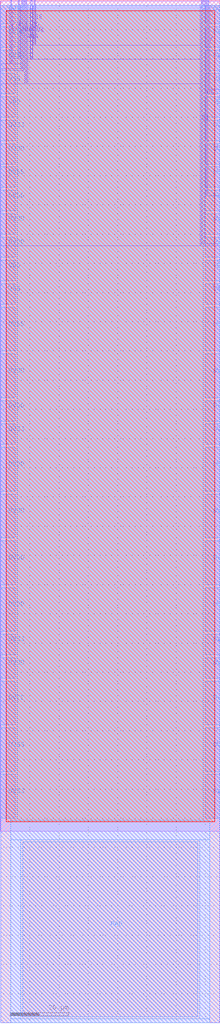
<source format=lef>
VERSION 5.7 ;
  NOWIREEXTENSIONATPIN ON ;
  DIVIDERCHAR "/" ;
  BUSBITCHARS "[]" ;
MACRO gf180mcu_ocd_io__bi_a
  CLASS PAD INOUT ;
  FOREIGN gf180mcu_ocd_io__bi_a ;
  ORIGIN 0.000 0.000 ;
  SIZE 75.000 BY 350.000 ;
  SYMMETRY X Y R90 ;
  SITE GF_IO_Site ;
  PIN A
    DIRECTION INPUT ;
    USE SIGNAL ;
    ANTENNAGATEAREA 0.504000 ;
    ANTENNADIFFAREA 1.000000 ;
    PORT
      LAYER Metal2 ;
        RECT 69.400 267.070 69.780 350.000 ;
    END
  END A
  PIN ANA
    ANTENNAGATEAREA 21.490000 ;
    ANTENNADIFFAREA 80.000000 ;
    PORT
      LAYER Metal2 ;
        RECT 8.530 321.790 8.910 350.005 ;
    END
  END ANA
  PIN CS
    DIRECTION INPUT ;
    USE SIGNAL ;
    ANTENNAGATEAREA 0.504000 ;
    ANTENNADIFFAREA 1.000000 ;
    PORT
      LAYER Metal2 ;
        RECT 3.360 328.545 3.740 350.000 ;
    END
  END CS
  PIN DVDD
    DIRECTION INOUT ;
    USE POWER ;
    PORT
      LAYER Metal4 ;
        RECT 0.000 182.000 5.000 197.000 ;
    END
    PORT
      LAYER Metal4 ;
        RECT 0.000 214.000 5.000 229.000 ;
    END
    PORT
      LAYER Metal4 ;
        RECT 0.000 334.000 5.000 341.000 ;
    END
    PORT
      LAYER Metal4 ;
        RECT 0.000 294.000 5.000 301.000 ;
    END
    PORT
      LAYER Metal4 ;
        RECT 0.000 278.000 5.000 285.000 ;
    END
    PORT
      LAYER Metal4 ;
        RECT 0.000 270.000 5.000 277.000 ;
    END
    PORT
      LAYER Metal4 ;
        RECT 0.000 262.000 5.000 269.000 ;
    END
    PORT
      LAYER Metal4 ;
        RECT 0.000 206.000 5.000 213.000 ;
    END
    PORT
      LAYER Metal4 ;
        RECT 0.000 118.000 5.000 125.000 ;
    END
    PORT
      LAYER Metal4 ;
        RECT 0.000 134.000 5.000 149.000 ;
    END
    PORT
      LAYER Metal4 ;
        RECT 0.000 150.000 5.000 165.000 ;
    END
    PORT
      LAYER Metal4 ;
        RECT 0.000 166.000 5.000 181.000 ;
    END
    PORT
      LAYER Metal4 ;
        RECT 70.000 182.000 75.000 197.000 ;
    END
    PORT
      LAYER Metal4 ;
        RECT 70.000 214.000 75.000 229.000 ;
    END
    PORT
      LAYER Metal4 ;
        RECT 70.000 334.000 75.000 341.000 ;
    END
    PORT
      LAYER Metal4 ;
        RECT 70.000 294.000 75.000 301.000 ;
    END
    PORT
      LAYER Metal4 ;
        RECT 70.000 278.000 75.000 285.000 ;
    END
    PORT
      LAYER Metal4 ;
        RECT 70.000 270.000 75.000 277.000 ;
    END
    PORT
      LAYER Metal4 ;
        RECT 70.000 262.000 75.000 269.000 ;
    END
    PORT
      LAYER Metal4 ;
        RECT 70.000 206.000 75.000 213.000 ;
    END
    PORT
      LAYER Metal4 ;
        RECT 70.000 118.000 75.000 125.000 ;
    END
    PORT
      LAYER Metal4 ;
        RECT 70.000 134.000 75.000 149.000 ;
    END
    PORT
      LAYER Metal4 ;
        RECT 70.000 150.000 75.000 165.000 ;
    END
    PORT
      LAYER Metal4 ;
        RECT 70.000 166.000 75.000 181.000 ;
    END
  END DVDD
  PIN DVSS
    DIRECTION INOUT ;
    USE GROUND ;
    PORT
      LAYER Metal4 ;
        RECT 0.000 86.000 5.000 101.000 ;
    END
    PORT
      LAYER Metal4 ;
        RECT 0.000 70.000 5.000 85.000 ;
    END
    PORT
      LAYER Metal4 ;
        RECT 0.000 230.000 5.000 245.000 ;
    END
    PORT
      LAYER Metal4 ;
        RECT 0.000 198.000 5.000 205.000 ;
    END
    PORT
      LAYER Metal4 ;
        RECT 0.000 102.000 5.000 117.000 ;
    END
    PORT
      LAYER Metal4 ;
        RECT 0.000 126.000 5.000 133.000 ;
    END
    PORT
      LAYER Metal4 ;
        RECT 0.000 286.000 5.000 293.000 ;
    END
    PORT
      LAYER Metal4 ;
        RECT 0.000 302.000 5.000 309.000 ;
    END
    PORT
      LAYER Metal4 ;
        RECT 0.000 326.000 5.000 333.000 ;
    END
    PORT
      LAYER Metal4 ;
        RECT 0.000 342.000 5.000 348.390 ;
    END
    PORT
      LAYER Metal4 ;
        RECT 70.000 86.000 75.000 101.000 ;
    END
    PORT
      LAYER Metal4 ;
        RECT 70.000 70.000 75.000 85.000 ;
    END
    PORT
      LAYER Metal4 ;
        RECT 70.000 230.000 75.000 245.000 ;
    END
    PORT
      LAYER Metal4 ;
        RECT 70.000 198.000 75.000 205.000 ;
    END
    PORT
      LAYER Metal4 ;
        RECT 70.000 102.000 75.000 117.000 ;
    END
    PORT
      LAYER Metal4 ;
        RECT 70.000 126.000 75.000 133.000 ;
    END
    PORT
      LAYER Metal4 ;
        RECT 70.000 286.000 75.000 293.000 ;
    END
    PORT
      LAYER Metal4 ;
        RECT 70.000 302.000 75.000 309.000 ;
    END
    PORT
      LAYER Metal4 ;
        RECT 70.000 326.000 75.000 333.000 ;
    END
    PORT
      LAYER Metal4 ;
        RECT 70.000 342.000 75.000 348.390 ;
    END
  END DVSS
  PIN IE
    DIRECTION INPUT ;
    USE SIGNAL ;
    ANTENNAGATEAREA 0.504000 ;
    ANTENNADIFFAREA 1.000000 ;
    PORT
      LAYER Metal2 ;
        RECT 11.385 334.920 11.765 350.000 ;
    END
  END IE
  PIN OE
    DIRECTION INPUT ;
    USE SIGNAL ;
    ANTENNAGATEAREA 2.016000 ;
    ANTENNADIFFAREA 7.776000 ;
    PORT
      LAYER Metal2 ;
        RECT 70.130 283.445 70.510 350.000 ;
    END
  END OE
  PIN PAD
    DIRECTION INOUT ;
    USE SIGNAL ;
    ANTENNADIFFAREA 258.720001 ;
    PORT
      LAYER Metal4 ;
        RECT 7.500 2.000 67.500 62.000 ;
    END
  END PAD
  PIN PD
    DIRECTION INPUT ;
    USE SIGNAL ;
    ANTENNAGATEAREA 1.512000 ;
    ANTENNADIFFAREA 1.000000 ;
    PORT
      LAYER Metal2 ;
        RECT 10.330 330.100 10.710 350.000 ;
    END
  END PD
  PIN PDRV0
    DIRECTION INPUT ;
    USE SIGNAL ;
    ANTENNAGATEAREA 0.504000 ;
    ANTENNADIFFAREA 2.592000 ;
    PORT
      LAYER Metal2 ;
        RECT 7.110 326.870 7.490 350.000 ;
    END
  END PDRV0
  PIN PDRV1
    DIRECTION INPUT ;
    USE SIGNAL ;
    ANTENNAGATEAREA 0.504000 ;
    ANTENNADIFFAREA 2.592000 ;
    PORT
      LAYER Metal2 ;
        RECT 7.820 326.280 8.200 350.005 ;
    END
  END PDRV1
  PIN PU
    DIRECTION INPUT ;
    USE SIGNAL ;
    ANTENNAGATEAREA 1.008000 ;
    ANTENNADIFFAREA 1.795000 ;
    PORT
      LAYER Metal2 ;
        RECT 5.965 330.420 6.345 350.000 ;
    END
  END PU
  PIN SL
    DIRECTION INPUT ;
    USE SIGNAL ;
    ANTENNAGATEAREA 0.504000 ;
    ANTENNADIFFAREA 1.000000 ;
    PORT
      LAYER Metal2 ;
        RECT 68.670 266.340 69.050 350.000 ;
    END
  END SL
  PIN VDD
    DIRECTION INOUT ;
    USE POWER ;
    PORT
      LAYER Metal4 ;
        RECT 0.000 254.000 5.000 261.000 ;
    END
    PORT
      LAYER Metal4 ;
        RECT 0.000 310.000 5.000 317.000 ;
    END
    PORT
      LAYER Metal4 ;
        RECT 70.000 254.000 75.000 261.000 ;
    END
    PORT
      LAYER Metal4 ;
        RECT 70.000 310.000 75.000 317.000 ;
    END
  END VDD
  PIN VSS
    DIRECTION INOUT ;
    USE GROUND ;
    PORT
      LAYER Metal4 ;
        RECT 0.000 318.000 5.000 325.000 ;
    END
    PORT
      LAYER Metal4 ;
        RECT 0.000 246.000 5.000 253.000 ;
    END
    PORT
      LAYER Metal4 ;
        RECT 70.000 318.000 75.000 325.000 ;
    END
    PORT
      LAYER Metal4 ;
        RECT 70.000 246.000 75.000 253.000 ;
    END
  END VSS
  PIN Y
    DIRECTION OUTPUT ;
    USE SIGNAL ;
    ANTENNADIFFAREA 3.240000 ;
    PORT
      LAYER Metal2 ;
        RECT 70.860 319.900 71.240 350.000 ;
    END
  END Y
  OBS
      LAYER Nwell ;
        RECT 1.805 68.895 73.195 346.535 ;
      LAYER Metal1 ;
        RECT -0.160 65.540 75.160 349.785 ;
      LAYER Metal2 ;
        RECT 0.000 328.245 3.060 348.375 ;
        RECT 4.040 330.120 5.665 348.375 ;
        RECT 6.645 330.120 6.810 348.375 ;
        RECT 4.040 328.245 6.810 330.120 ;
        RECT 0.000 326.570 6.810 328.245 ;
        RECT 9.210 329.800 10.030 348.375 ;
        RECT 11.010 334.620 11.085 348.375 ;
        RECT 12.065 334.620 68.370 348.375 ;
        RECT 11.010 329.800 68.370 334.620 ;
        RECT 0.000 325.980 7.520 326.570 ;
        RECT 0.000 321.490 8.230 325.980 ;
        RECT 9.210 321.490 68.370 329.800 ;
        RECT 0.000 266.040 68.370 321.490 ;
        RECT 71.540 319.600 75.000 348.375 ;
        RECT 70.810 283.145 75.000 319.600 ;
        RECT 70.080 266.770 75.000 283.145 ;
        RECT 69.350 266.040 75.000 266.770 ;
        RECT 0.000 0.000 75.000 266.040 ;
      LAYER Metal3 ;
        RECT 0.000 0.000 75.000 348.390 ;
      LAYER Metal4 ;
        RECT 5.600 69.400 69.400 348.390 ;
        RECT 3.500 62.600 71.500 69.400 ;
        RECT 3.500 1.400 6.900 62.600 ;
        RECT 68.100 1.400 71.500 62.600 ;
        RECT 3.500 0.000 71.500 1.400 ;
  END
END gf180mcu_ocd_io__bi_a
END LIBRARY


</source>
